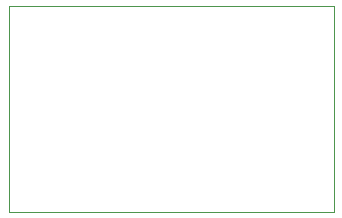
<source format=gbr>
G04 PROTEUS GERBER X2 FILE*
%TF.GenerationSoftware,Labcenter,Proteus,8.17-SP2-Build37159*%
%TF.CreationDate,2025-10-11T08:53:27+00:00*%
%TF.FileFunction,NonPlated,1,2,NPTH*%
%TF.FilePolarity,Positive*%
%TF.Part,Single*%
%TF.SameCoordinates,{a55e4d6c-05e1-4aca-87d3-cb5da3fea1e9}*%
%FSLAX45Y45*%
%MOMM*%
G01*
%TA.AperFunction,Profile*%
%ADD16C,0.101600*%
%TD.AperFunction*%
D16*
X-2750000Y+0D02*
X+0Y+0D01*
X+0Y+1750000D01*
X-2750000Y+1750000D01*
X-2750000Y+0D01*
M02*

</source>
